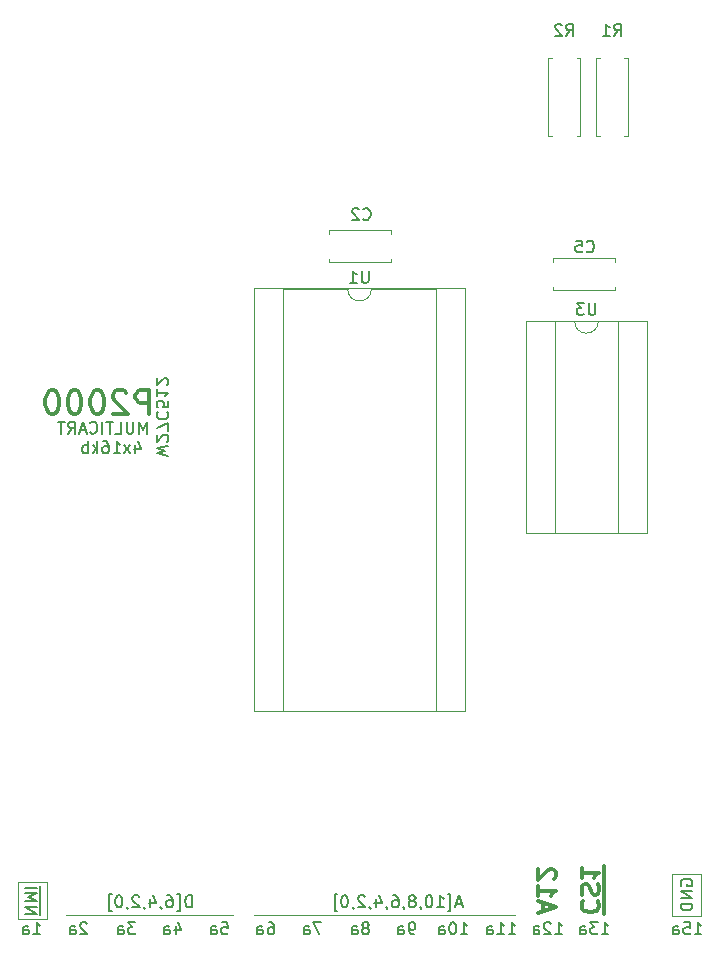
<source format=gbr>
G04 #@! TF.GenerationSoftware,KiCad,Pcbnew,7.0.10*
G04 #@! TF.CreationDate,2024-03-01T16:35:14+01:00*
G04 #@! TF.ProjectId,multicartridge-w27c512,6d756c74-6963-4617-9274-72696467652d,rev?*
G04 #@! TF.SameCoordinates,Original*
G04 #@! TF.FileFunction,Legend,Bot*
G04 #@! TF.FilePolarity,Positive*
%FSLAX46Y46*%
G04 Gerber Fmt 4.6, Leading zero omitted, Abs format (unit mm)*
G04 Created by KiCad (PCBNEW 7.0.10) date 2024-03-01 16:35:14*
%MOMM*%
%LPD*%
G01*
G04 APERTURE LIST*
%ADD10C,0.120000*%
%ADD11C,0.150000*%
%ADD12C,0.300000*%
%ADD13R,1.600000X1.600000*%
%ADD14O,1.600000X1.600000*%
%ADD15C,1.600000*%
%ADD16R,2.000000X10.000000*%
G04 APERTURE END LIST*
D10*
X96251000Y-131445000D02*
X74153000Y-131445000D01*
X72375000Y-131445000D02*
X58278000Y-131445000D01*
X54197000Y-131745000D02*
X54197000Y-128645000D01*
X111999000Y-131451000D02*
X109586000Y-131451000D01*
X111999000Y-127895000D02*
X111999000Y-131451000D01*
X109586000Y-127895000D02*
X111999000Y-127895000D01*
X109586000Y-131451000D02*
X109586000Y-127895000D01*
X56647000Y-128645000D02*
X56647000Y-131745000D01*
X56647000Y-131745000D02*
X54197000Y-131745000D01*
X54197000Y-128645000D02*
X56647000Y-128645000D01*
D11*
X111498857Y-133042819D02*
X112070285Y-133042819D01*
X111784571Y-133042819D02*
X111784571Y-132042819D01*
X111784571Y-132042819D02*
X111879809Y-132185676D01*
X111879809Y-132185676D02*
X111975047Y-132280914D01*
X111975047Y-132280914D02*
X112070285Y-132328533D01*
X110594095Y-132042819D02*
X111070285Y-132042819D01*
X111070285Y-132042819D02*
X111117904Y-132519009D01*
X111117904Y-132519009D02*
X111070285Y-132471390D01*
X111070285Y-132471390D02*
X110975047Y-132423771D01*
X110975047Y-132423771D02*
X110736952Y-132423771D01*
X110736952Y-132423771D02*
X110641714Y-132471390D01*
X110641714Y-132471390D02*
X110594095Y-132519009D01*
X110594095Y-132519009D02*
X110546476Y-132614247D01*
X110546476Y-132614247D02*
X110546476Y-132852342D01*
X110546476Y-132852342D02*
X110594095Y-132947580D01*
X110594095Y-132947580D02*
X110641714Y-132995200D01*
X110641714Y-132995200D02*
X110736952Y-133042819D01*
X110736952Y-133042819D02*
X110975047Y-133042819D01*
X110975047Y-133042819D02*
X111070285Y-132995200D01*
X111070285Y-132995200D02*
X111117904Y-132947580D01*
X109689333Y-133042819D02*
X109689333Y-132519009D01*
X109689333Y-132519009D02*
X109736952Y-132423771D01*
X109736952Y-132423771D02*
X109832190Y-132376152D01*
X109832190Y-132376152D02*
X110022666Y-132376152D01*
X110022666Y-132376152D02*
X110117904Y-132423771D01*
X109689333Y-132995200D02*
X109784571Y-133042819D01*
X109784571Y-133042819D02*
X110022666Y-133042819D01*
X110022666Y-133042819D02*
X110117904Y-132995200D01*
X110117904Y-132995200D02*
X110165523Y-132899961D01*
X110165523Y-132899961D02*
X110165523Y-132804723D01*
X110165523Y-132804723D02*
X110117904Y-132709485D01*
X110117904Y-132709485D02*
X110022666Y-132661866D01*
X110022666Y-132661866D02*
X109784571Y-132661866D01*
X109784571Y-132661866D02*
X109689333Y-132614247D01*
D12*
X102065528Y-130250285D02*
X101994100Y-130321713D01*
X101994100Y-130321713D02*
X101922671Y-130535999D01*
X101922671Y-130535999D02*
X101922671Y-130678856D01*
X101922671Y-130678856D02*
X101994100Y-130893142D01*
X101994100Y-130893142D02*
X102136957Y-131035999D01*
X102136957Y-131035999D02*
X102279814Y-131107428D01*
X102279814Y-131107428D02*
X102565528Y-131178856D01*
X102565528Y-131178856D02*
X102779814Y-131178856D01*
X102779814Y-131178856D02*
X103065528Y-131107428D01*
X103065528Y-131107428D02*
X103208385Y-131035999D01*
X103208385Y-131035999D02*
X103351242Y-130893142D01*
X103351242Y-130893142D02*
X103422671Y-130678856D01*
X103422671Y-130678856D02*
X103422671Y-130535999D01*
X103422671Y-130535999D02*
X103351242Y-130321713D01*
X103351242Y-130321713D02*
X103279814Y-130250285D01*
X101994100Y-129678856D02*
X101922671Y-129464571D01*
X101922671Y-129464571D02*
X101922671Y-129107428D01*
X101922671Y-129107428D02*
X101994100Y-128964571D01*
X101994100Y-128964571D02*
X102065528Y-128893142D01*
X102065528Y-128893142D02*
X102208385Y-128821713D01*
X102208385Y-128821713D02*
X102351242Y-128821713D01*
X102351242Y-128821713D02*
X102494100Y-128893142D01*
X102494100Y-128893142D02*
X102565528Y-128964571D01*
X102565528Y-128964571D02*
X102636957Y-129107428D01*
X102636957Y-129107428D02*
X102708385Y-129393142D01*
X102708385Y-129393142D02*
X102779814Y-129535999D01*
X102779814Y-129535999D02*
X102851242Y-129607428D01*
X102851242Y-129607428D02*
X102994100Y-129678856D01*
X102994100Y-129678856D02*
X103136957Y-129678856D01*
X103136957Y-129678856D02*
X103279814Y-129607428D01*
X103279814Y-129607428D02*
X103351242Y-129535999D01*
X103351242Y-129535999D02*
X103422671Y-129393142D01*
X103422671Y-129393142D02*
X103422671Y-129035999D01*
X103422671Y-129035999D02*
X103351242Y-128821713D01*
X101922671Y-127393142D02*
X101922671Y-128250285D01*
X101922671Y-127821714D02*
X103422671Y-127821714D01*
X103422671Y-127821714D02*
X103208385Y-127964571D01*
X103208385Y-127964571D02*
X103065528Y-128107428D01*
X103065528Y-128107428D02*
X102994100Y-128250285D01*
X103839100Y-131314571D02*
X103839100Y-127257429D01*
X98668242Y-131071713D02*
X98668242Y-130357428D01*
X98239671Y-131214570D02*
X99739671Y-130714570D01*
X99739671Y-130714570D02*
X98239671Y-130214570D01*
X98239671Y-128928856D02*
X98239671Y-129785999D01*
X98239671Y-129357428D02*
X99739671Y-129357428D01*
X99739671Y-129357428D02*
X99525385Y-129500285D01*
X99525385Y-129500285D02*
X99382528Y-129643142D01*
X99382528Y-129643142D02*
X99311100Y-129785999D01*
X99596814Y-128357428D02*
X99668242Y-128286000D01*
X99668242Y-128286000D02*
X99739671Y-128143143D01*
X99739671Y-128143143D02*
X99739671Y-127786000D01*
X99739671Y-127786000D02*
X99668242Y-127643143D01*
X99668242Y-127643143D02*
X99596814Y-127571714D01*
X99596814Y-127571714D02*
X99453957Y-127500285D01*
X99453957Y-127500285D02*
X99311100Y-127500285D01*
X99311100Y-127500285D02*
X99096814Y-127571714D01*
X99096814Y-127571714D02*
X98239671Y-128428857D01*
X98239671Y-128428857D02*
X98239671Y-127500285D01*
D11*
X91773570Y-130471104D02*
X91297380Y-130471104D01*
X91868808Y-130756819D02*
X91535475Y-129756819D01*
X91535475Y-129756819D02*
X91202142Y-130756819D01*
X90583094Y-131090152D02*
X90821189Y-131090152D01*
X90821189Y-131090152D02*
X90821189Y-129661580D01*
X90821189Y-129661580D02*
X90583094Y-129661580D01*
X89678332Y-130756819D02*
X90249760Y-130756819D01*
X89964046Y-130756819D02*
X89964046Y-129756819D01*
X89964046Y-129756819D02*
X90059284Y-129899676D01*
X90059284Y-129899676D02*
X90154522Y-129994914D01*
X90154522Y-129994914D02*
X90249760Y-130042533D01*
X89059284Y-129756819D02*
X88964046Y-129756819D01*
X88964046Y-129756819D02*
X88868808Y-129804438D01*
X88868808Y-129804438D02*
X88821189Y-129852057D01*
X88821189Y-129852057D02*
X88773570Y-129947295D01*
X88773570Y-129947295D02*
X88725951Y-130137771D01*
X88725951Y-130137771D02*
X88725951Y-130375866D01*
X88725951Y-130375866D02*
X88773570Y-130566342D01*
X88773570Y-130566342D02*
X88821189Y-130661580D01*
X88821189Y-130661580D02*
X88868808Y-130709200D01*
X88868808Y-130709200D02*
X88964046Y-130756819D01*
X88964046Y-130756819D02*
X89059284Y-130756819D01*
X89059284Y-130756819D02*
X89154522Y-130709200D01*
X89154522Y-130709200D02*
X89202141Y-130661580D01*
X89202141Y-130661580D02*
X89249760Y-130566342D01*
X89249760Y-130566342D02*
X89297379Y-130375866D01*
X89297379Y-130375866D02*
X89297379Y-130137771D01*
X89297379Y-130137771D02*
X89249760Y-129947295D01*
X89249760Y-129947295D02*
X89202141Y-129852057D01*
X89202141Y-129852057D02*
X89154522Y-129804438D01*
X89154522Y-129804438D02*
X89059284Y-129756819D01*
X88249760Y-130709200D02*
X88249760Y-130756819D01*
X88249760Y-130756819D02*
X88297379Y-130852057D01*
X88297379Y-130852057D02*
X88344998Y-130899676D01*
X87678332Y-130185390D02*
X87773570Y-130137771D01*
X87773570Y-130137771D02*
X87821189Y-130090152D01*
X87821189Y-130090152D02*
X87868808Y-129994914D01*
X87868808Y-129994914D02*
X87868808Y-129947295D01*
X87868808Y-129947295D02*
X87821189Y-129852057D01*
X87821189Y-129852057D02*
X87773570Y-129804438D01*
X87773570Y-129804438D02*
X87678332Y-129756819D01*
X87678332Y-129756819D02*
X87487856Y-129756819D01*
X87487856Y-129756819D02*
X87392618Y-129804438D01*
X87392618Y-129804438D02*
X87344999Y-129852057D01*
X87344999Y-129852057D02*
X87297380Y-129947295D01*
X87297380Y-129947295D02*
X87297380Y-129994914D01*
X87297380Y-129994914D02*
X87344999Y-130090152D01*
X87344999Y-130090152D02*
X87392618Y-130137771D01*
X87392618Y-130137771D02*
X87487856Y-130185390D01*
X87487856Y-130185390D02*
X87678332Y-130185390D01*
X87678332Y-130185390D02*
X87773570Y-130233009D01*
X87773570Y-130233009D02*
X87821189Y-130280628D01*
X87821189Y-130280628D02*
X87868808Y-130375866D01*
X87868808Y-130375866D02*
X87868808Y-130566342D01*
X87868808Y-130566342D02*
X87821189Y-130661580D01*
X87821189Y-130661580D02*
X87773570Y-130709200D01*
X87773570Y-130709200D02*
X87678332Y-130756819D01*
X87678332Y-130756819D02*
X87487856Y-130756819D01*
X87487856Y-130756819D02*
X87392618Y-130709200D01*
X87392618Y-130709200D02*
X87344999Y-130661580D01*
X87344999Y-130661580D02*
X87297380Y-130566342D01*
X87297380Y-130566342D02*
X87297380Y-130375866D01*
X87297380Y-130375866D02*
X87344999Y-130280628D01*
X87344999Y-130280628D02*
X87392618Y-130233009D01*
X87392618Y-130233009D02*
X87487856Y-130185390D01*
X86821189Y-130709200D02*
X86821189Y-130756819D01*
X86821189Y-130756819D02*
X86868808Y-130852057D01*
X86868808Y-130852057D02*
X86916427Y-130899676D01*
X85964047Y-129756819D02*
X86154523Y-129756819D01*
X86154523Y-129756819D02*
X86249761Y-129804438D01*
X86249761Y-129804438D02*
X86297380Y-129852057D01*
X86297380Y-129852057D02*
X86392618Y-129994914D01*
X86392618Y-129994914D02*
X86440237Y-130185390D01*
X86440237Y-130185390D02*
X86440237Y-130566342D01*
X86440237Y-130566342D02*
X86392618Y-130661580D01*
X86392618Y-130661580D02*
X86344999Y-130709200D01*
X86344999Y-130709200D02*
X86249761Y-130756819D01*
X86249761Y-130756819D02*
X86059285Y-130756819D01*
X86059285Y-130756819D02*
X85964047Y-130709200D01*
X85964047Y-130709200D02*
X85916428Y-130661580D01*
X85916428Y-130661580D02*
X85868809Y-130566342D01*
X85868809Y-130566342D02*
X85868809Y-130328247D01*
X85868809Y-130328247D02*
X85916428Y-130233009D01*
X85916428Y-130233009D02*
X85964047Y-130185390D01*
X85964047Y-130185390D02*
X86059285Y-130137771D01*
X86059285Y-130137771D02*
X86249761Y-130137771D01*
X86249761Y-130137771D02*
X86344999Y-130185390D01*
X86344999Y-130185390D02*
X86392618Y-130233009D01*
X86392618Y-130233009D02*
X86440237Y-130328247D01*
X85392618Y-130709200D02*
X85392618Y-130756819D01*
X85392618Y-130756819D02*
X85440237Y-130852057D01*
X85440237Y-130852057D02*
X85487856Y-130899676D01*
X84535476Y-130090152D02*
X84535476Y-130756819D01*
X84773571Y-129709200D02*
X85011666Y-130423485D01*
X85011666Y-130423485D02*
X84392619Y-130423485D01*
X83964047Y-130709200D02*
X83964047Y-130756819D01*
X83964047Y-130756819D02*
X84011666Y-130852057D01*
X84011666Y-130852057D02*
X84059285Y-130899676D01*
X83583095Y-129852057D02*
X83535476Y-129804438D01*
X83535476Y-129804438D02*
X83440238Y-129756819D01*
X83440238Y-129756819D02*
X83202143Y-129756819D01*
X83202143Y-129756819D02*
X83106905Y-129804438D01*
X83106905Y-129804438D02*
X83059286Y-129852057D01*
X83059286Y-129852057D02*
X83011667Y-129947295D01*
X83011667Y-129947295D02*
X83011667Y-130042533D01*
X83011667Y-130042533D02*
X83059286Y-130185390D01*
X83059286Y-130185390D02*
X83630714Y-130756819D01*
X83630714Y-130756819D02*
X83011667Y-130756819D01*
X82535476Y-130709200D02*
X82535476Y-130756819D01*
X82535476Y-130756819D02*
X82583095Y-130852057D01*
X82583095Y-130852057D02*
X82630714Y-130899676D01*
X81916429Y-129756819D02*
X81821191Y-129756819D01*
X81821191Y-129756819D02*
X81725953Y-129804438D01*
X81725953Y-129804438D02*
X81678334Y-129852057D01*
X81678334Y-129852057D02*
X81630715Y-129947295D01*
X81630715Y-129947295D02*
X81583096Y-130137771D01*
X81583096Y-130137771D02*
X81583096Y-130375866D01*
X81583096Y-130375866D02*
X81630715Y-130566342D01*
X81630715Y-130566342D02*
X81678334Y-130661580D01*
X81678334Y-130661580D02*
X81725953Y-130709200D01*
X81725953Y-130709200D02*
X81821191Y-130756819D01*
X81821191Y-130756819D02*
X81916429Y-130756819D01*
X81916429Y-130756819D02*
X82011667Y-130709200D01*
X82011667Y-130709200D02*
X82059286Y-130661580D01*
X82059286Y-130661580D02*
X82106905Y-130566342D01*
X82106905Y-130566342D02*
X82154524Y-130375866D01*
X82154524Y-130375866D02*
X82154524Y-130137771D01*
X82154524Y-130137771D02*
X82106905Y-129947295D01*
X82106905Y-129947295D02*
X82059286Y-129852057D01*
X82059286Y-129852057D02*
X82011667Y-129804438D01*
X82011667Y-129804438D02*
X81916429Y-129756819D01*
X81249762Y-131090152D02*
X81011667Y-131090152D01*
X81011667Y-131090152D02*
X81011667Y-129661580D01*
X81011667Y-129661580D02*
X81249762Y-129661580D01*
X68937618Y-130756819D02*
X68937618Y-129756819D01*
X68937618Y-129756819D02*
X68699523Y-129756819D01*
X68699523Y-129756819D02*
X68556666Y-129804438D01*
X68556666Y-129804438D02*
X68461428Y-129899676D01*
X68461428Y-129899676D02*
X68413809Y-129994914D01*
X68413809Y-129994914D02*
X68366190Y-130185390D01*
X68366190Y-130185390D02*
X68366190Y-130328247D01*
X68366190Y-130328247D02*
X68413809Y-130518723D01*
X68413809Y-130518723D02*
X68461428Y-130613961D01*
X68461428Y-130613961D02*
X68556666Y-130709200D01*
X68556666Y-130709200D02*
X68699523Y-130756819D01*
X68699523Y-130756819D02*
X68937618Y-130756819D01*
X67651904Y-131090152D02*
X67889999Y-131090152D01*
X67889999Y-131090152D02*
X67889999Y-129661580D01*
X67889999Y-129661580D02*
X67651904Y-129661580D01*
X66842380Y-129756819D02*
X67032856Y-129756819D01*
X67032856Y-129756819D02*
X67128094Y-129804438D01*
X67128094Y-129804438D02*
X67175713Y-129852057D01*
X67175713Y-129852057D02*
X67270951Y-129994914D01*
X67270951Y-129994914D02*
X67318570Y-130185390D01*
X67318570Y-130185390D02*
X67318570Y-130566342D01*
X67318570Y-130566342D02*
X67270951Y-130661580D01*
X67270951Y-130661580D02*
X67223332Y-130709200D01*
X67223332Y-130709200D02*
X67128094Y-130756819D01*
X67128094Y-130756819D02*
X66937618Y-130756819D01*
X66937618Y-130756819D02*
X66842380Y-130709200D01*
X66842380Y-130709200D02*
X66794761Y-130661580D01*
X66794761Y-130661580D02*
X66747142Y-130566342D01*
X66747142Y-130566342D02*
X66747142Y-130328247D01*
X66747142Y-130328247D02*
X66794761Y-130233009D01*
X66794761Y-130233009D02*
X66842380Y-130185390D01*
X66842380Y-130185390D02*
X66937618Y-130137771D01*
X66937618Y-130137771D02*
X67128094Y-130137771D01*
X67128094Y-130137771D02*
X67223332Y-130185390D01*
X67223332Y-130185390D02*
X67270951Y-130233009D01*
X67270951Y-130233009D02*
X67318570Y-130328247D01*
X66270951Y-130709200D02*
X66270951Y-130756819D01*
X66270951Y-130756819D02*
X66318570Y-130852057D01*
X66318570Y-130852057D02*
X66366189Y-130899676D01*
X65413809Y-130090152D02*
X65413809Y-130756819D01*
X65651904Y-129709200D02*
X65889999Y-130423485D01*
X65889999Y-130423485D02*
X65270952Y-130423485D01*
X64842380Y-130709200D02*
X64842380Y-130756819D01*
X64842380Y-130756819D02*
X64889999Y-130852057D01*
X64889999Y-130852057D02*
X64937618Y-130899676D01*
X64461428Y-129852057D02*
X64413809Y-129804438D01*
X64413809Y-129804438D02*
X64318571Y-129756819D01*
X64318571Y-129756819D02*
X64080476Y-129756819D01*
X64080476Y-129756819D02*
X63985238Y-129804438D01*
X63985238Y-129804438D02*
X63937619Y-129852057D01*
X63937619Y-129852057D02*
X63890000Y-129947295D01*
X63890000Y-129947295D02*
X63890000Y-130042533D01*
X63890000Y-130042533D02*
X63937619Y-130185390D01*
X63937619Y-130185390D02*
X64509047Y-130756819D01*
X64509047Y-130756819D02*
X63890000Y-130756819D01*
X63413809Y-130709200D02*
X63413809Y-130756819D01*
X63413809Y-130756819D02*
X63461428Y-130852057D01*
X63461428Y-130852057D02*
X63509047Y-130899676D01*
X62794762Y-129756819D02*
X62699524Y-129756819D01*
X62699524Y-129756819D02*
X62604286Y-129804438D01*
X62604286Y-129804438D02*
X62556667Y-129852057D01*
X62556667Y-129852057D02*
X62509048Y-129947295D01*
X62509048Y-129947295D02*
X62461429Y-130137771D01*
X62461429Y-130137771D02*
X62461429Y-130375866D01*
X62461429Y-130375866D02*
X62509048Y-130566342D01*
X62509048Y-130566342D02*
X62556667Y-130661580D01*
X62556667Y-130661580D02*
X62604286Y-130709200D01*
X62604286Y-130709200D02*
X62699524Y-130756819D01*
X62699524Y-130756819D02*
X62794762Y-130756819D01*
X62794762Y-130756819D02*
X62890000Y-130709200D01*
X62890000Y-130709200D02*
X62937619Y-130661580D01*
X62937619Y-130661580D02*
X62985238Y-130566342D01*
X62985238Y-130566342D02*
X63032857Y-130375866D01*
X63032857Y-130375866D02*
X63032857Y-130137771D01*
X63032857Y-130137771D02*
X62985238Y-129947295D01*
X62985238Y-129947295D02*
X62937619Y-129852057D01*
X62937619Y-129852057D02*
X62890000Y-129804438D01*
X62890000Y-129804438D02*
X62794762Y-129756819D01*
X62128095Y-131090152D02*
X61890000Y-131090152D01*
X61890000Y-131090152D02*
X61890000Y-129661580D01*
X61890000Y-129661580D02*
X62128095Y-129661580D01*
X55510666Y-133042819D02*
X56082094Y-133042819D01*
X55796380Y-133042819D02*
X55796380Y-132042819D01*
X55796380Y-132042819D02*
X55891618Y-132185676D01*
X55891618Y-132185676D02*
X55986856Y-132280914D01*
X55986856Y-132280914D02*
X56082094Y-132328533D01*
X54653523Y-133042819D02*
X54653523Y-132519009D01*
X54653523Y-132519009D02*
X54701142Y-132423771D01*
X54701142Y-132423771D02*
X54796380Y-132376152D01*
X54796380Y-132376152D02*
X54986856Y-132376152D01*
X54986856Y-132376152D02*
X55082094Y-132423771D01*
X54653523Y-132995200D02*
X54748761Y-133042819D01*
X54748761Y-133042819D02*
X54986856Y-133042819D01*
X54986856Y-133042819D02*
X55082094Y-132995200D01*
X55082094Y-132995200D02*
X55129713Y-132899961D01*
X55129713Y-132899961D02*
X55129713Y-132804723D01*
X55129713Y-132804723D02*
X55082094Y-132709485D01*
X55082094Y-132709485D02*
X54986856Y-132661866D01*
X54986856Y-132661866D02*
X54748761Y-132661866D01*
X54748761Y-132661866D02*
X54653523Y-132614247D01*
X54792180Y-131290237D02*
X55792180Y-131290237D01*
X55792180Y-131290237D02*
X54792180Y-130718809D01*
X54792180Y-130718809D02*
X55792180Y-130718809D01*
X54792180Y-130242618D02*
X55792180Y-130242618D01*
X55792180Y-130242618D02*
X55077895Y-129909285D01*
X55077895Y-129909285D02*
X55792180Y-129575952D01*
X55792180Y-129575952D02*
X54792180Y-129575952D01*
X54792180Y-129099761D02*
X55792180Y-129099761D01*
X56069800Y-131428333D02*
X56069800Y-128961667D01*
X110358438Y-128911095D02*
X110310819Y-128815857D01*
X110310819Y-128815857D02*
X110310819Y-128673000D01*
X110310819Y-128673000D02*
X110358438Y-128530143D01*
X110358438Y-128530143D02*
X110453676Y-128434905D01*
X110453676Y-128434905D02*
X110548914Y-128387286D01*
X110548914Y-128387286D02*
X110739390Y-128339667D01*
X110739390Y-128339667D02*
X110882247Y-128339667D01*
X110882247Y-128339667D02*
X111072723Y-128387286D01*
X111072723Y-128387286D02*
X111167961Y-128434905D01*
X111167961Y-128434905D02*
X111263200Y-128530143D01*
X111263200Y-128530143D02*
X111310819Y-128673000D01*
X111310819Y-128673000D02*
X111310819Y-128768238D01*
X111310819Y-128768238D02*
X111263200Y-128911095D01*
X111263200Y-128911095D02*
X111215580Y-128958714D01*
X111215580Y-128958714D02*
X110882247Y-128958714D01*
X110882247Y-128958714D02*
X110882247Y-128768238D01*
X111310819Y-129387286D02*
X110310819Y-129387286D01*
X110310819Y-129387286D02*
X111310819Y-129958714D01*
X111310819Y-129958714D02*
X110310819Y-129958714D01*
X111310819Y-130434905D02*
X110310819Y-130434905D01*
X110310819Y-130434905D02*
X110310819Y-130673000D01*
X110310819Y-130673000D02*
X110358438Y-130815857D01*
X110358438Y-130815857D02*
X110453676Y-130911095D01*
X110453676Y-130911095D02*
X110548914Y-130958714D01*
X110548914Y-130958714D02*
X110739390Y-131006333D01*
X110739390Y-131006333D02*
X110882247Y-131006333D01*
X110882247Y-131006333D02*
X111072723Y-130958714D01*
X111072723Y-130958714D02*
X111167961Y-130911095D01*
X111167961Y-130911095D02*
X111263200Y-130815857D01*
X111263200Y-130815857D02*
X111310819Y-130673000D01*
X111310819Y-130673000D02*
X111310819Y-130434905D01*
D12*
X65291841Y-88980638D02*
X65291841Y-86980638D01*
X65291841Y-86980638D02*
X64529936Y-86980638D01*
X64529936Y-86980638D02*
X64339460Y-87075876D01*
X64339460Y-87075876D02*
X64244222Y-87171114D01*
X64244222Y-87171114D02*
X64148984Y-87361590D01*
X64148984Y-87361590D02*
X64148984Y-87647304D01*
X64148984Y-87647304D02*
X64244222Y-87837780D01*
X64244222Y-87837780D02*
X64339460Y-87933019D01*
X64339460Y-87933019D02*
X64529936Y-88028257D01*
X64529936Y-88028257D02*
X65291841Y-88028257D01*
X63387079Y-87171114D02*
X63291841Y-87075876D01*
X63291841Y-87075876D02*
X63101365Y-86980638D01*
X63101365Y-86980638D02*
X62625174Y-86980638D01*
X62625174Y-86980638D02*
X62434698Y-87075876D01*
X62434698Y-87075876D02*
X62339460Y-87171114D01*
X62339460Y-87171114D02*
X62244222Y-87361590D01*
X62244222Y-87361590D02*
X62244222Y-87552066D01*
X62244222Y-87552066D02*
X62339460Y-87837780D01*
X62339460Y-87837780D02*
X63482317Y-88980638D01*
X63482317Y-88980638D02*
X62244222Y-88980638D01*
X61006127Y-86980638D02*
X60815650Y-86980638D01*
X60815650Y-86980638D02*
X60625174Y-87075876D01*
X60625174Y-87075876D02*
X60529936Y-87171114D01*
X60529936Y-87171114D02*
X60434698Y-87361590D01*
X60434698Y-87361590D02*
X60339460Y-87742542D01*
X60339460Y-87742542D02*
X60339460Y-88218733D01*
X60339460Y-88218733D02*
X60434698Y-88599685D01*
X60434698Y-88599685D02*
X60529936Y-88790161D01*
X60529936Y-88790161D02*
X60625174Y-88885400D01*
X60625174Y-88885400D02*
X60815650Y-88980638D01*
X60815650Y-88980638D02*
X61006127Y-88980638D01*
X61006127Y-88980638D02*
X61196603Y-88885400D01*
X61196603Y-88885400D02*
X61291841Y-88790161D01*
X61291841Y-88790161D02*
X61387079Y-88599685D01*
X61387079Y-88599685D02*
X61482317Y-88218733D01*
X61482317Y-88218733D02*
X61482317Y-87742542D01*
X61482317Y-87742542D02*
X61387079Y-87361590D01*
X61387079Y-87361590D02*
X61291841Y-87171114D01*
X61291841Y-87171114D02*
X61196603Y-87075876D01*
X61196603Y-87075876D02*
X61006127Y-86980638D01*
X59101365Y-86980638D02*
X58910888Y-86980638D01*
X58910888Y-86980638D02*
X58720412Y-87075876D01*
X58720412Y-87075876D02*
X58625174Y-87171114D01*
X58625174Y-87171114D02*
X58529936Y-87361590D01*
X58529936Y-87361590D02*
X58434698Y-87742542D01*
X58434698Y-87742542D02*
X58434698Y-88218733D01*
X58434698Y-88218733D02*
X58529936Y-88599685D01*
X58529936Y-88599685D02*
X58625174Y-88790161D01*
X58625174Y-88790161D02*
X58720412Y-88885400D01*
X58720412Y-88885400D02*
X58910888Y-88980638D01*
X58910888Y-88980638D02*
X59101365Y-88980638D01*
X59101365Y-88980638D02*
X59291841Y-88885400D01*
X59291841Y-88885400D02*
X59387079Y-88790161D01*
X59387079Y-88790161D02*
X59482317Y-88599685D01*
X59482317Y-88599685D02*
X59577555Y-88218733D01*
X59577555Y-88218733D02*
X59577555Y-87742542D01*
X59577555Y-87742542D02*
X59482317Y-87361590D01*
X59482317Y-87361590D02*
X59387079Y-87171114D01*
X59387079Y-87171114D02*
X59291841Y-87075876D01*
X59291841Y-87075876D02*
X59101365Y-86980638D01*
X57196603Y-86980638D02*
X57006126Y-86980638D01*
X57006126Y-86980638D02*
X56815650Y-87075876D01*
X56815650Y-87075876D02*
X56720412Y-87171114D01*
X56720412Y-87171114D02*
X56625174Y-87361590D01*
X56625174Y-87361590D02*
X56529936Y-87742542D01*
X56529936Y-87742542D02*
X56529936Y-88218733D01*
X56529936Y-88218733D02*
X56625174Y-88599685D01*
X56625174Y-88599685D02*
X56720412Y-88790161D01*
X56720412Y-88790161D02*
X56815650Y-88885400D01*
X56815650Y-88885400D02*
X57006126Y-88980638D01*
X57006126Y-88980638D02*
X57196603Y-88980638D01*
X57196603Y-88980638D02*
X57387079Y-88885400D01*
X57387079Y-88885400D02*
X57482317Y-88790161D01*
X57482317Y-88790161D02*
X57577555Y-88599685D01*
X57577555Y-88599685D02*
X57672793Y-88218733D01*
X57672793Y-88218733D02*
X57672793Y-87742542D01*
X57672793Y-87742542D02*
X57577555Y-87361590D01*
X57577555Y-87361590D02*
X57482317Y-87171114D01*
X57482317Y-87171114D02*
X57387079Y-87075876D01*
X57387079Y-87075876D02*
X57196603Y-86980638D01*
D11*
X64157609Y-91651552D02*
X64157609Y-92318219D01*
X64395704Y-91270600D02*
X64633799Y-91984885D01*
X64633799Y-91984885D02*
X64014752Y-91984885D01*
X63729037Y-92318219D02*
X63205228Y-91651552D01*
X63729037Y-91651552D02*
X63205228Y-92318219D01*
X62300466Y-92318219D02*
X62871894Y-92318219D01*
X62586180Y-92318219D02*
X62586180Y-91318219D01*
X62586180Y-91318219D02*
X62681418Y-91461076D01*
X62681418Y-91461076D02*
X62776656Y-91556314D01*
X62776656Y-91556314D02*
X62871894Y-91603933D01*
X61443323Y-91318219D02*
X61633799Y-91318219D01*
X61633799Y-91318219D02*
X61729037Y-91365838D01*
X61729037Y-91365838D02*
X61776656Y-91413457D01*
X61776656Y-91413457D02*
X61871894Y-91556314D01*
X61871894Y-91556314D02*
X61919513Y-91746790D01*
X61919513Y-91746790D02*
X61919513Y-92127742D01*
X61919513Y-92127742D02*
X61871894Y-92222980D01*
X61871894Y-92222980D02*
X61824275Y-92270600D01*
X61824275Y-92270600D02*
X61729037Y-92318219D01*
X61729037Y-92318219D02*
X61538561Y-92318219D01*
X61538561Y-92318219D02*
X61443323Y-92270600D01*
X61443323Y-92270600D02*
X61395704Y-92222980D01*
X61395704Y-92222980D02*
X61348085Y-92127742D01*
X61348085Y-92127742D02*
X61348085Y-91889647D01*
X61348085Y-91889647D02*
X61395704Y-91794409D01*
X61395704Y-91794409D02*
X61443323Y-91746790D01*
X61443323Y-91746790D02*
X61538561Y-91699171D01*
X61538561Y-91699171D02*
X61729037Y-91699171D01*
X61729037Y-91699171D02*
X61824275Y-91746790D01*
X61824275Y-91746790D02*
X61871894Y-91794409D01*
X61871894Y-91794409D02*
X61919513Y-91889647D01*
X60919513Y-92318219D02*
X60919513Y-91318219D01*
X60824275Y-91937266D02*
X60538561Y-92318219D01*
X60538561Y-91651552D02*
X60919513Y-92032504D01*
X60109989Y-92318219D02*
X60109989Y-91318219D01*
X60109989Y-91699171D02*
X60014751Y-91651552D01*
X60014751Y-91651552D02*
X59824275Y-91651552D01*
X59824275Y-91651552D02*
X59729037Y-91699171D01*
X59729037Y-91699171D02*
X59681418Y-91746790D01*
X59681418Y-91746790D02*
X59633799Y-91842028D01*
X59633799Y-91842028D02*
X59633799Y-92127742D01*
X59633799Y-92127742D02*
X59681418Y-92222980D01*
X59681418Y-92222980D02*
X59729037Y-92270600D01*
X59729037Y-92270600D02*
X59824275Y-92318219D01*
X59824275Y-92318219D02*
X60014751Y-92318219D01*
X60014751Y-92318219D02*
X60109989Y-92270600D01*
X65113075Y-90641819D02*
X65113075Y-89641819D01*
X65113075Y-89641819D02*
X64779742Y-90356104D01*
X64779742Y-90356104D02*
X64446409Y-89641819D01*
X64446409Y-89641819D02*
X64446409Y-90641819D01*
X63970218Y-89641819D02*
X63970218Y-90451342D01*
X63970218Y-90451342D02*
X63922599Y-90546580D01*
X63922599Y-90546580D02*
X63874980Y-90594200D01*
X63874980Y-90594200D02*
X63779742Y-90641819D01*
X63779742Y-90641819D02*
X63589266Y-90641819D01*
X63589266Y-90641819D02*
X63494028Y-90594200D01*
X63494028Y-90594200D02*
X63446409Y-90546580D01*
X63446409Y-90546580D02*
X63398790Y-90451342D01*
X63398790Y-90451342D02*
X63398790Y-89641819D01*
X62446409Y-90641819D02*
X62922599Y-90641819D01*
X62922599Y-90641819D02*
X62922599Y-89641819D01*
X62255932Y-89641819D02*
X61684504Y-89641819D01*
X61970218Y-90641819D02*
X61970218Y-89641819D01*
X61351170Y-90641819D02*
X61351170Y-89641819D01*
X60303552Y-90546580D02*
X60351171Y-90594200D01*
X60351171Y-90594200D02*
X60494028Y-90641819D01*
X60494028Y-90641819D02*
X60589266Y-90641819D01*
X60589266Y-90641819D02*
X60732123Y-90594200D01*
X60732123Y-90594200D02*
X60827361Y-90498961D01*
X60827361Y-90498961D02*
X60874980Y-90403723D01*
X60874980Y-90403723D02*
X60922599Y-90213247D01*
X60922599Y-90213247D02*
X60922599Y-90070390D01*
X60922599Y-90070390D02*
X60874980Y-89879914D01*
X60874980Y-89879914D02*
X60827361Y-89784676D01*
X60827361Y-89784676D02*
X60732123Y-89689438D01*
X60732123Y-89689438D02*
X60589266Y-89641819D01*
X60589266Y-89641819D02*
X60494028Y-89641819D01*
X60494028Y-89641819D02*
X60351171Y-89689438D01*
X60351171Y-89689438D02*
X60303552Y-89737057D01*
X59922599Y-90356104D02*
X59446409Y-90356104D01*
X60017837Y-90641819D02*
X59684504Y-89641819D01*
X59684504Y-89641819D02*
X59351171Y-90641819D01*
X58446409Y-90641819D02*
X58779742Y-90165628D01*
X59017837Y-90641819D02*
X59017837Y-89641819D01*
X59017837Y-89641819D02*
X58636885Y-89641819D01*
X58636885Y-89641819D02*
X58541647Y-89689438D01*
X58541647Y-89689438D02*
X58494028Y-89737057D01*
X58494028Y-89737057D02*
X58446409Y-89832295D01*
X58446409Y-89832295D02*
X58446409Y-89975152D01*
X58446409Y-89975152D02*
X58494028Y-90070390D01*
X58494028Y-90070390D02*
X58541647Y-90118009D01*
X58541647Y-90118009D02*
X58636885Y-90165628D01*
X58636885Y-90165628D02*
X59017837Y-90165628D01*
X58160694Y-89641819D02*
X57589266Y-89641819D01*
X57874980Y-90641819D02*
X57874980Y-89641819D01*
X66946180Y-92522523D02*
X65946180Y-92284428D01*
X65946180Y-92284428D02*
X66660466Y-92093952D01*
X66660466Y-92093952D02*
X65946180Y-91903476D01*
X65946180Y-91903476D02*
X66946180Y-91665381D01*
X66850942Y-91332047D02*
X66898561Y-91284428D01*
X66898561Y-91284428D02*
X66946180Y-91189190D01*
X66946180Y-91189190D02*
X66946180Y-90951095D01*
X66946180Y-90951095D02*
X66898561Y-90855857D01*
X66898561Y-90855857D02*
X66850942Y-90808238D01*
X66850942Y-90808238D02*
X66755704Y-90760619D01*
X66755704Y-90760619D02*
X66660466Y-90760619D01*
X66660466Y-90760619D02*
X66517609Y-90808238D01*
X66517609Y-90808238D02*
X65946180Y-91379666D01*
X65946180Y-91379666D02*
X65946180Y-90760619D01*
X66946180Y-90427285D02*
X66946180Y-89760619D01*
X66946180Y-89760619D02*
X65946180Y-90189190D01*
X66041419Y-88808238D02*
X65993800Y-88855857D01*
X65993800Y-88855857D02*
X65946180Y-88998714D01*
X65946180Y-88998714D02*
X65946180Y-89093952D01*
X65946180Y-89093952D02*
X65993800Y-89236809D01*
X65993800Y-89236809D02*
X66089038Y-89332047D01*
X66089038Y-89332047D02*
X66184276Y-89379666D01*
X66184276Y-89379666D02*
X66374752Y-89427285D01*
X66374752Y-89427285D02*
X66517609Y-89427285D01*
X66517609Y-89427285D02*
X66708085Y-89379666D01*
X66708085Y-89379666D02*
X66803323Y-89332047D01*
X66803323Y-89332047D02*
X66898561Y-89236809D01*
X66898561Y-89236809D02*
X66946180Y-89093952D01*
X66946180Y-89093952D02*
X66946180Y-88998714D01*
X66946180Y-88998714D02*
X66898561Y-88855857D01*
X66898561Y-88855857D02*
X66850942Y-88808238D01*
X66946180Y-87903476D02*
X66946180Y-88379666D01*
X66946180Y-88379666D02*
X66469990Y-88427285D01*
X66469990Y-88427285D02*
X66517609Y-88379666D01*
X66517609Y-88379666D02*
X66565228Y-88284428D01*
X66565228Y-88284428D02*
X66565228Y-88046333D01*
X66565228Y-88046333D02*
X66517609Y-87951095D01*
X66517609Y-87951095D02*
X66469990Y-87903476D01*
X66469990Y-87903476D02*
X66374752Y-87855857D01*
X66374752Y-87855857D02*
X66136657Y-87855857D01*
X66136657Y-87855857D02*
X66041419Y-87903476D01*
X66041419Y-87903476D02*
X65993800Y-87951095D01*
X65993800Y-87951095D02*
X65946180Y-88046333D01*
X65946180Y-88046333D02*
X65946180Y-88284428D01*
X65946180Y-88284428D02*
X65993800Y-88379666D01*
X65993800Y-88379666D02*
X66041419Y-88427285D01*
X65946180Y-86903476D02*
X65946180Y-87474904D01*
X65946180Y-87189190D02*
X66946180Y-87189190D01*
X66946180Y-87189190D02*
X66803323Y-87284428D01*
X66803323Y-87284428D02*
X66708085Y-87379666D01*
X66708085Y-87379666D02*
X66660466Y-87474904D01*
X66850942Y-86522523D02*
X66898561Y-86474904D01*
X66898561Y-86474904D02*
X66946180Y-86379666D01*
X66946180Y-86379666D02*
X66946180Y-86141571D01*
X66946180Y-86141571D02*
X66898561Y-86046333D01*
X66898561Y-86046333D02*
X66850942Y-85998714D01*
X66850942Y-85998714D02*
X66755704Y-85951095D01*
X66755704Y-85951095D02*
X66660466Y-85951095D01*
X66660466Y-85951095D02*
X66517609Y-85998714D01*
X66517609Y-85998714D02*
X65946180Y-86570142D01*
X65946180Y-86570142D02*
X65946180Y-85951095D01*
X95750857Y-133042819D02*
X96322285Y-133042819D01*
X96036571Y-133042819D02*
X96036571Y-132042819D01*
X96036571Y-132042819D02*
X96131809Y-132185676D01*
X96131809Y-132185676D02*
X96227047Y-132280914D01*
X96227047Y-132280914D02*
X96322285Y-132328533D01*
X94798476Y-133042819D02*
X95369904Y-133042819D01*
X95084190Y-133042819D02*
X95084190Y-132042819D01*
X95084190Y-132042819D02*
X95179428Y-132185676D01*
X95179428Y-132185676D02*
X95274666Y-132280914D01*
X95274666Y-132280914D02*
X95369904Y-132328533D01*
X93941333Y-133042819D02*
X93941333Y-132519009D01*
X93941333Y-132519009D02*
X93988952Y-132423771D01*
X93988952Y-132423771D02*
X94084190Y-132376152D01*
X94084190Y-132376152D02*
X94274666Y-132376152D01*
X94274666Y-132376152D02*
X94369904Y-132423771D01*
X93941333Y-132995200D02*
X94036571Y-133042819D01*
X94036571Y-133042819D02*
X94274666Y-133042819D01*
X94274666Y-133042819D02*
X94369904Y-132995200D01*
X94369904Y-132995200D02*
X94417523Y-132899961D01*
X94417523Y-132899961D02*
X94417523Y-132804723D01*
X94417523Y-132804723D02*
X94369904Y-132709485D01*
X94369904Y-132709485D02*
X94274666Y-132661866D01*
X94274666Y-132661866D02*
X94036571Y-132661866D01*
X94036571Y-132661866D02*
X93941333Y-132614247D01*
X91686857Y-133042819D02*
X92258285Y-133042819D01*
X91972571Y-133042819D02*
X91972571Y-132042819D01*
X91972571Y-132042819D02*
X92067809Y-132185676D01*
X92067809Y-132185676D02*
X92163047Y-132280914D01*
X92163047Y-132280914D02*
X92258285Y-132328533D01*
X91067809Y-132042819D02*
X90972571Y-132042819D01*
X90972571Y-132042819D02*
X90877333Y-132090438D01*
X90877333Y-132090438D02*
X90829714Y-132138057D01*
X90829714Y-132138057D02*
X90782095Y-132233295D01*
X90782095Y-132233295D02*
X90734476Y-132423771D01*
X90734476Y-132423771D02*
X90734476Y-132661866D01*
X90734476Y-132661866D02*
X90782095Y-132852342D01*
X90782095Y-132852342D02*
X90829714Y-132947580D01*
X90829714Y-132947580D02*
X90877333Y-132995200D01*
X90877333Y-132995200D02*
X90972571Y-133042819D01*
X90972571Y-133042819D02*
X91067809Y-133042819D01*
X91067809Y-133042819D02*
X91163047Y-132995200D01*
X91163047Y-132995200D02*
X91210666Y-132947580D01*
X91210666Y-132947580D02*
X91258285Y-132852342D01*
X91258285Y-132852342D02*
X91305904Y-132661866D01*
X91305904Y-132661866D02*
X91305904Y-132423771D01*
X91305904Y-132423771D02*
X91258285Y-132233295D01*
X91258285Y-132233295D02*
X91210666Y-132138057D01*
X91210666Y-132138057D02*
X91163047Y-132090438D01*
X91163047Y-132090438D02*
X91067809Y-132042819D01*
X89877333Y-133042819D02*
X89877333Y-132519009D01*
X89877333Y-132519009D02*
X89924952Y-132423771D01*
X89924952Y-132423771D02*
X90020190Y-132376152D01*
X90020190Y-132376152D02*
X90210666Y-132376152D01*
X90210666Y-132376152D02*
X90305904Y-132423771D01*
X89877333Y-132995200D02*
X89972571Y-133042819D01*
X89972571Y-133042819D02*
X90210666Y-133042819D01*
X90210666Y-133042819D02*
X90305904Y-132995200D01*
X90305904Y-132995200D02*
X90353523Y-132899961D01*
X90353523Y-132899961D02*
X90353523Y-132804723D01*
X90353523Y-132804723D02*
X90305904Y-132709485D01*
X90305904Y-132709485D02*
X90210666Y-132661866D01*
X90210666Y-132661866D02*
X89972571Y-132661866D01*
X89972571Y-132661866D02*
X89877333Y-132614247D01*
X60032094Y-132138057D02*
X59984475Y-132090438D01*
X59984475Y-132090438D02*
X59889237Y-132042819D01*
X59889237Y-132042819D02*
X59651142Y-132042819D01*
X59651142Y-132042819D02*
X59555904Y-132090438D01*
X59555904Y-132090438D02*
X59508285Y-132138057D01*
X59508285Y-132138057D02*
X59460666Y-132233295D01*
X59460666Y-132233295D02*
X59460666Y-132328533D01*
X59460666Y-132328533D02*
X59508285Y-132471390D01*
X59508285Y-132471390D02*
X60079713Y-133042819D01*
X60079713Y-133042819D02*
X59460666Y-133042819D01*
X58603523Y-133042819D02*
X58603523Y-132519009D01*
X58603523Y-132519009D02*
X58651142Y-132423771D01*
X58651142Y-132423771D02*
X58746380Y-132376152D01*
X58746380Y-132376152D02*
X58936856Y-132376152D01*
X58936856Y-132376152D02*
X59032094Y-132423771D01*
X58603523Y-132995200D02*
X58698761Y-133042819D01*
X58698761Y-133042819D02*
X58936856Y-133042819D01*
X58936856Y-133042819D02*
X59032094Y-132995200D01*
X59032094Y-132995200D02*
X59079713Y-132899961D01*
X59079713Y-132899961D02*
X59079713Y-132804723D01*
X59079713Y-132804723D02*
X59032094Y-132709485D01*
X59032094Y-132709485D02*
X58936856Y-132661866D01*
X58936856Y-132661866D02*
X58698761Y-132661866D01*
X58698761Y-132661866D02*
X58603523Y-132614247D01*
X75430904Y-132042819D02*
X75621380Y-132042819D01*
X75621380Y-132042819D02*
X75716618Y-132090438D01*
X75716618Y-132090438D02*
X75764237Y-132138057D01*
X75764237Y-132138057D02*
X75859475Y-132280914D01*
X75859475Y-132280914D02*
X75907094Y-132471390D01*
X75907094Y-132471390D02*
X75907094Y-132852342D01*
X75907094Y-132852342D02*
X75859475Y-132947580D01*
X75859475Y-132947580D02*
X75811856Y-132995200D01*
X75811856Y-132995200D02*
X75716618Y-133042819D01*
X75716618Y-133042819D02*
X75526142Y-133042819D01*
X75526142Y-133042819D02*
X75430904Y-132995200D01*
X75430904Y-132995200D02*
X75383285Y-132947580D01*
X75383285Y-132947580D02*
X75335666Y-132852342D01*
X75335666Y-132852342D02*
X75335666Y-132614247D01*
X75335666Y-132614247D02*
X75383285Y-132519009D01*
X75383285Y-132519009D02*
X75430904Y-132471390D01*
X75430904Y-132471390D02*
X75526142Y-132423771D01*
X75526142Y-132423771D02*
X75716618Y-132423771D01*
X75716618Y-132423771D02*
X75811856Y-132471390D01*
X75811856Y-132471390D02*
X75859475Y-132519009D01*
X75859475Y-132519009D02*
X75907094Y-132614247D01*
X74478523Y-133042819D02*
X74478523Y-132519009D01*
X74478523Y-132519009D02*
X74526142Y-132423771D01*
X74526142Y-132423771D02*
X74621380Y-132376152D01*
X74621380Y-132376152D02*
X74811856Y-132376152D01*
X74811856Y-132376152D02*
X74907094Y-132423771D01*
X74478523Y-132995200D02*
X74573761Y-133042819D01*
X74573761Y-133042819D02*
X74811856Y-133042819D01*
X74811856Y-133042819D02*
X74907094Y-132995200D01*
X74907094Y-132995200D02*
X74954713Y-132899961D01*
X74954713Y-132899961D02*
X74954713Y-132804723D01*
X74954713Y-132804723D02*
X74907094Y-132709485D01*
X74907094Y-132709485D02*
X74811856Y-132661866D01*
X74811856Y-132661866D02*
X74573761Y-132661866D01*
X74573761Y-132661866D02*
X74478523Y-132614247D01*
X79891713Y-132042819D02*
X79225047Y-132042819D01*
X79225047Y-132042819D02*
X79653618Y-133042819D01*
X78415523Y-133042819D02*
X78415523Y-132519009D01*
X78415523Y-132519009D02*
X78463142Y-132423771D01*
X78463142Y-132423771D02*
X78558380Y-132376152D01*
X78558380Y-132376152D02*
X78748856Y-132376152D01*
X78748856Y-132376152D02*
X78844094Y-132423771D01*
X78415523Y-132995200D02*
X78510761Y-133042819D01*
X78510761Y-133042819D02*
X78748856Y-133042819D01*
X78748856Y-133042819D02*
X78844094Y-132995200D01*
X78844094Y-132995200D02*
X78891713Y-132899961D01*
X78891713Y-132899961D02*
X78891713Y-132804723D01*
X78891713Y-132804723D02*
X78844094Y-132709485D01*
X78844094Y-132709485D02*
X78748856Y-132661866D01*
X78748856Y-132661866D02*
X78510761Y-132661866D01*
X78510761Y-132661866D02*
X78415523Y-132614247D01*
X103624857Y-133042819D02*
X104196285Y-133042819D01*
X103910571Y-133042819D02*
X103910571Y-132042819D01*
X103910571Y-132042819D02*
X104005809Y-132185676D01*
X104005809Y-132185676D02*
X104101047Y-132280914D01*
X104101047Y-132280914D02*
X104196285Y-132328533D01*
X103291523Y-132042819D02*
X102672476Y-132042819D01*
X102672476Y-132042819D02*
X103005809Y-132423771D01*
X103005809Y-132423771D02*
X102862952Y-132423771D01*
X102862952Y-132423771D02*
X102767714Y-132471390D01*
X102767714Y-132471390D02*
X102720095Y-132519009D01*
X102720095Y-132519009D02*
X102672476Y-132614247D01*
X102672476Y-132614247D02*
X102672476Y-132852342D01*
X102672476Y-132852342D02*
X102720095Y-132947580D01*
X102720095Y-132947580D02*
X102767714Y-132995200D01*
X102767714Y-132995200D02*
X102862952Y-133042819D01*
X102862952Y-133042819D02*
X103148666Y-133042819D01*
X103148666Y-133042819D02*
X103243904Y-132995200D01*
X103243904Y-132995200D02*
X103291523Y-132947580D01*
X101815333Y-133042819D02*
X101815333Y-132519009D01*
X101815333Y-132519009D02*
X101862952Y-132423771D01*
X101862952Y-132423771D02*
X101958190Y-132376152D01*
X101958190Y-132376152D02*
X102148666Y-132376152D01*
X102148666Y-132376152D02*
X102243904Y-132423771D01*
X101815333Y-132995200D02*
X101910571Y-133042819D01*
X101910571Y-133042819D02*
X102148666Y-133042819D01*
X102148666Y-133042819D02*
X102243904Y-132995200D01*
X102243904Y-132995200D02*
X102291523Y-132899961D01*
X102291523Y-132899961D02*
X102291523Y-132804723D01*
X102291523Y-132804723D02*
X102243904Y-132709485D01*
X102243904Y-132709485D02*
X102148666Y-132661866D01*
X102148666Y-132661866D02*
X101910571Y-132661866D01*
X101910571Y-132661866D02*
X101815333Y-132614247D01*
X87749856Y-133042819D02*
X87559380Y-133042819D01*
X87559380Y-133042819D02*
X87464142Y-132995200D01*
X87464142Y-132995200D02*
X87416523Y-132947580D01*
X87416523Y-132947580D02*
X87321285Y-132804723D01*
X87321285Y-132804723D02*
X87273666Y-132614247D01*
X87273666Y-132614247D02*
X87273666Y-132233295D01*
X87273666Y-132233295D02*
X87321285Y-132138057D01*
X87321285Y-132138057D02*
X87368904Y-132090438D01*
X87368904Y-132090438D02*
X87464142Y-132042819D01*
X87464142Y-132042819D02*
X87654618Y-132042819D01*
X87654618Y-132042819D02*
X87749856Y-132090438D01*
X87749856Y-132090438D02*
X87797475Y-132138057D01*
X87797475Y-132138057D02*
X87845094Y-132233295D01*
X87845094Y-132233295D02*
X87845094Y-132471390D01*
X87845094Y-132471390D02*
X87797475Y-132566628D01*
X87797475Y-132566628D02*
X87749856Y-132614247D01*
X87749856Y-132614247D02*
X87654618Y-132661866D01*
X87654618Y-132661866D02*
X87464142Y-132661866D01*
X87464142Y-132661866D02*
X87368904Y-132614247D01*
X87368904Y-132614247D02*
X87321285Y-132566628D01*
X87321285Y-132566628D02*
X87273666Y-132471390D01*
X86416523Y-133042819D02*
X86416523Y-132519009D01*
X86416523Y-132519009D02*
X86464142Y-132423771D01*
X86464142Y-132423771D02*
X86559380Y-132376152D01*
X86559380Y-132376152D02*
X86749856Y-132376152D01*
X86749856Y-132376152D02*
X86845094Y-132423771D01*
X86416523Y-132995200D02*
X86511761Y-133042819D01*
X86511761Y-133042819D02*
X86749856Y-133042819D01*
X86749856Y-133042819D02*
X86845094Y-132995200D01*
X86845094Y-132995200D02*
X86892713Y-132899961D01*
X86892713Y-132899961D02*
X86892713Y-132804723D01*
X86892713Y-132804723D02*
X86845094Y-132709485D01*
X86845094Y-132709485D02*
X86749856Y-132661866D01*
X86749856Y-132661866D02*
X86511761Y-132661866D01*
X86511761Y-132661866D02*
X86416523Y-132614247D01*
X67556904Y-132376152D02*
X67556904Y-133042819D01*
X67794999Y-131995200D02*
X68033094Y-132709485D01*
X68033094Y-132709485D02*
X67414047Y-132709485D01*
X66604523Y-133042819D02*
X66604523Y-132519009D01*
X66604523Y-132519009D02*
X66652142Y-132423771D01*
X66652142Y-132423771D02*
X66747380Y-132376152D01*
X66747380Y-132376152D02*
X66937856Y-132376152D01*
X66937856Y-132376152D02*
X67033094Y-132423771D01*
X66604523Y-132995200D02*
X66699761Y-133042819D01*
X66699761Y-133042819D02*
X66937856Y-133042819D01*
X66937856Y-133042819D02*
X67033094Y-132995200D01*
X67033094Y-132995200D02*
X67080713Y-132899961D01*
X67080713Y-132899961D02*
X67080713Y-132804723D01*
X67080713Y-132804723D02*
X67033094Y-132709485D01*
X67033094Y-132709485D02*
X66937856Y-132661866D01*
X66937856Y-132661866D02*
X66699761Y-132661866D01*
X66699761Y-132661866D02*
X66604523Y-132614247D01*
X71446285Y-132042819D02*
X71922475Y-132042819D01*
X71922475Y-132042819D02*
X71970094Y-132519009D01*
X71970094Y-132519009D02*
X71922475Y-132471390D01*
X71922475Y-132471390D02*
X71827237Y-132423771D01*
X71827237Y-132423771D02*
X71589142Y-132423771D01*
X71589142Y-132423771D02*
X71493904Y-132471390D01*
X71493904Y-132471390D02*
X71446285Y-132519009D01*
X71446285Y-132519009D02*
X71398666Y-132614247D01*
X71398666Y-132614247D02*
X71398666Y-132852342D01*
X71398666Y-132852342D02*
X71446285Y-132947580D01*
X71446285Y-132947580D02*
X71493904Y-132995200D01*
X71493904Y-132995200D02*
X71589142Y-133042819D01*
X71589142Y-133042819D02*
X71827237Y-133042819D01*
X71827237Y-133042819D02*
X71922475Y-132995200D01*
X71922475Y-132995200D02*
X71970094Y-132947580D01*
X70541523Y-133042819D02*
X70541523Y-132519009D01*
X70541523Y-132519009D02*
X70589142Y-132423771D01*
X70589142Y-132423771D02*
X70684380Y-132376152D01*
X70684380Y-132376152D02*
X70874856Y-132376152D01*
X70874856Y-132376152D02*
X70970094Y-132423771D01*
X70541523Y-132995200D02*
X70636761Y-133042819D01*
X70636761Y-133042819D02*
X70874856Y-133042819D01*
X70874856Y-133042819D02*
X70970094Y-132995200D01*
X70970094Y-132995200D02*
X71017713Y-132899961D01*
X71017713Y-132899961D02*
X71017713Y-132804723D01*
X71017713Y-132804723D02*
X70970094Y-132709485D01*
X70970094Y-132709485D02*
X70874856Y-132661866D01*
X70874856Y-132661866D02*
X70636761Y-132661866D01*
X70636761Y-132661866D02*
X70541523Y-132614247D01*
X99687857Y-133042819D02*
X100259285Y-133042819D01*
X99973571Y-133042819D02*
X99973571Y-132042819D01*
X99973571Y-132042819D02*
X100068809Y-132185676D01*
X100068809Y-132185676D02*
X100164047Y-132280914D01*
X100164047Y-132280914D02*
X100259285Y-132328533D01*
X99306904Y-132138057D02*
X99259285Y-132090438D01*
X99259285Y-132090438D02*
X99164047Y-132042819D01*
X99164047Y-132042819D02*
X98925952Y-132042819D01*
X98925952Y-132042819D02*
X98830714Y-132090438D01*
X98830714Y-132090438D02*
X98783095Y-132138057D01*
X98783095Y-132138057D02*
X98735476Y-132233295D01*
X98735476Y-132233295D02*
X98735476Y-132328533D01*
X98735476Y-132328533D02*
X98783095Y-132471390D01*
X98783095Y-132471390D02*
X99354523Y-133042819D01*
X99354523Y-133042819D02*
X98735476Y-133042819D01*
X97878333Y-133042819D02*
X97878333Y-132519009D01*
X97878333Y-132519009D02*
X97925952Y-132423771D01*
X97925952Y-132423771D02*
X98021190Y-132376152D01*
X98021190Y-132376152D02*
X98211666Y-132376152D01*
X98211666Y-132376152D02*
X98306904Y-132423771D01*
X97878333Y-132995200D02*
X97973571Y-133042819D01*
X97973571Y-133042819D02*
X98211666Y-133042819D01*
X98211666Y-133042819D02*
X98306904Y-132995200D01*
X98306904Y-132995200D02*
X98354523Y-132899961D01*
X98354523Y-132899961D02*
X98354523Y-132804723D01*
X98354523Y-132804723D02*
X98306904Y-132709485D01*
X98306904Y-132709485D02*
X98211666Y-132661866D01*
X98211666Y-132661866D02*
X97973571Y-132661866D01*
X97973571Y-132661866D02*
X97878333Y-132614247D01*
X64143713Y-132042819D02*
X63524666Y-132042819D01*
X63524666Y-132042819D02*
X63857999Y-132423771D01*
X63857999Y-132423771D02*
X63715142Y-132423771D01*
X63715142Y-132423771D02*
X63619904Y-132471390D01*
X63619904Y-132471390D02*
X63572285Y-132519009D01*
X63572285Y-132519009D02*
X63524666Y-132614247D01*
X63524666Y-132614247D02*
X63524666Y-132852342D01*
X63524666Y-132852342D02*
X63572285Y-132947580D01*
X63572285Y-132947580D02*
X63619904Y-132995200D01*
X63619904Y-132995200D02*
X63715142Y-133042819D01*
X63715142Y-133042819D02*
X64000856Y-133042819D01*
X64000856Y-133042819D02*
X64096094Y-132995200D01*
X64096094Y-132995200D02*
X64143713Y-132947580D01*
X62667523Y-133042819D02*
X62667523Y-132519009D01*
X62667523Y-132519009D02*
X62715142Y-132423771D01*
X62715142Y-132423771D02*
X62810380Y-132376152D01*
X62810380Y-132376152D02*
X63000856Y-132376152D01*
X63000856Y-132376152D02*
X63096094Y-132423771D01*
X62667523Y-132995200D02*
X62762761Y-133042819D01*
X62762761Y-133042819D02*
X63000856Y-133042819D01*
X63000856Y-133042819D02*
X63096094Y-132995200D01*
X63096094Y-132995200D02*
X63143713Y-132899961D01*
X63143713Y-132899961D02*
X63143713Y-132804723D01*
X63143713Y-132804723D02*
X63096094Y-132709485D01*
X63096094Y-132709485D02*
X63000856Y-132661866D01*
X63000856Y-132661866D02*
X62762761Y-132661866D01*
X62762761Y-132661866D02*
X62667523Y-132614247D01*
X83717618Y-132471390D02*
X83812856Y-132423771D01*
X83812856Y-132423771D02*
X83860475Y-132376152D01*
X83860475Y-132376152D02*
X83908094Y-132280914D01*
X83908094Y-132280914D02*
X83908094Y-132233295D01*
X83908094Y-132233295D02*
X83860475Y-132138057D01*
X83860475Y-132138057D02*
X83812856Y-132090438D01*
X83812856Y-132090438D02*
X83717618Y-132042819D01*
X83717618Y-132042819D02*
X83527142Y-132042819D01*
X83527142Y-132042819D02*
X83431904Y-132090438D01*
X83431904Y-132090438D02*
X83384285Y-132138057D01*
X83384285Y-132138057D02*
X83336666Y-132233295D01*
X83336666Y-132233295D02*
X83336666Y-132280914D01*
X83336666Y-132280914D02*
X83384285Y-132376152D01*
X83384285Y-132376152D02*
X83431904Y-132423771D01*
X83431904Y-132423771D02*
X83527142Y-132471390D01*
X83527142Y-132471390D02*
X83717618Y-132471390D01*
X83717618Y-132471390D02*
X83812856Y-132519009D01*
X83812856Y-132519009D02*
X83860475Y-132566628D01*
X83860475Y-132566628D02*
X83908094Y-132661866D01*
X83908094Y-132661866D02*
X83908094Y-132852342D01*
X83908094Y-132852342D02*
X83860475Y-132947580D01*
X83860475Y-132947580D02*
X83812856Y-132995200D01*
X83812856Y-132995200D02*
X83717618Y-133042819D01*
X83717618Y-133042819D02*
X83527142Y-133042819D01*
X83527142Y-133042819D02*
X83431904Y-132995200D01*
X83431904Y-132995200D02*
X83384285Y-132947580D01*
X83384285Y-132947580D02*
X83336666Y-132852342D01*
X83336666Y-132852342D02*
X83336666Y-132661866D01*
X83336666Y-132661866D02*
X83384285Y-132566628D01*
X83384285Y-132566628D02*
X83431904Y-132519009D01*
X83431904Y-132519009D02*
X83527142Y-132471390D01*
X82479523Y-133042819D02*
X82479523Y-132519009D01*
X82479523Y-132519009D02*
X82527142Y-132423771D01*
X82527142Y-132423771D02*
X82622380Y-132376152D01*
X82622380Y-132376152D02*
X82812856Y-132376152D01*
X82812856Y-132376152D02*
X82908094Y-132423771D01*
X82479523Y-132995200D02*
X82574761Y-133042819D01*
X82574761Y-133042819D02*
X82812856Y-133042819D01*
X82812856Y-133042819D02*
X82908094Y-132995200D01*
X82908094Y-132995200D02*
X82955713Y-132899961D01*
X82955713Y-132899961D02*
X82955713Y-132804723D01*
X82955713Y-132804723D02*
X82908094Y-132709485D01*
X82908094Y-132709485D02*
X82812856Y-132661866D01*
X82812856Y-132661866D02*
X82574761Y-132661866D01*
X82574761Y-132661866D02*
X82479523Y-132614247D01*
X103098904Y-79601819D02*
X103098904Y-80411342D01*
X103098904Y-80411342D02*
X103051285Y-80506580D01*
X103051285Y-80506580D02*
X103003666Y-80554200D01*
X103003666Y-80554200D02*
X102908428Y-80601819D01*
X102908428Y-80601819D02*
X102717952Y-80601819D01*
X102717952Y-80601819D02*
X102622714Y-80554200D01*
X102622714Y-80554200D02*
X102575095Y-80506580D01*
X102575095Y-80506580D02*
X102527476Y-80411342D01*
X102527476Y-80411342D02*
X102527476Y-79601819D01*
X102146523Y-79601819D02*
X101527476Y-79601819D01*
X101527476Y-79601819D02*
X101860809Y-79982771D01*
X101860809Y-79982771D02*
X101717952Y-79982771D01*
X101717952Y-79982771D02*
X101622714Y-80030390D01*
X101622714Y-80030390D02*
X101575095Y-80078009D01*
X101575095Y-80078009D02*
X101527476Y-80173247D01*
X101527476Y-80173247D02*
X101527476Y-80411342D01*
X101527476Y-80411342D02*
X101575095Y-80506580D01*
X101575095Y-80506580D02*
X101622714Y-80554200D01*
X101622714Y-80554200D02*
X101717952Y-80601819D01*
X101717952Y-80601819D02*
X102003666Y-80601819D01*
X102003666Y-80601819D02*
X102098904Y-80554200D01*
X102098904Y-80554200D02*
X102146523Y-80506580D01*
X102353666Y-75216580D02*
X102401285Y-75264200D01*
X102401285Y-75264200D02*
X102544142Y-75311819D01*
X102544142Y-75311819D02*
X102639380Y-75311819D01*
X102639380Y-75311819D02*
X102782237Y-75264200D01*
X102782237Y-75264200D02*
X102877475Y-75168961D01*
X102877475Y-75168961D02*
X102925094Y-75073723D01*
X102925094Y-75073723D02*
X102972713Y-74883247D01*
X102972713Y-74883247D02*
X102972713Y-74740390D01*
X102972713Y-74740390D02*
X102925094Y-74549914D01*
X102925094Y-74549914D02*
X102877475Y-74454676D01*
X102877475Y-74454676D02*
X102782237Y-74359438D01*
X102782237Y-74359438D02*
X102639380Y-74311819D01*
X102639380Y-74311819D02*
X102544142Y-74311819D01*
X102544142Y-74311819D02*
X102401285Y-74359438D01*
X102401285Y-74359438D02*
X102353666Y-74407057D01*
X101448904Y-74311819D02*
X101925094Y-74311819D01*
X101925094Y-74311819D02*
X101972713Y-74788009D01*
X101972713Y-74788009D02*
X101925094Y-74740390D01*
X101925094Y-74740390D02*
X101829856Y-74692771D01*
X101829856Y-74692771D02*
X101591761Y-74692771D01*
X101591761Y-74692771D02*
X101496523Y-74740390D01*
X101496523Y-74740390D02*
X101448904Y-74788009D01*
X101448904Y-74788009D02*
X101401285Y-74883247D01*
X101401285Y-74883247D02*
X101401285Y-75121342D01*
X101401285Y-75121342D02*
X101448904Y-75216580D01*
X101448904Y-75216580D02*
X101496523Y-75264200D01*
X101496523Y-75264200D02*
X101591761Y-75311819D01*
X101591761Y-75311819D02*
X101829856Y-75311819D01*
X101829856Y-75311819D02*
X101925094Y-75264200D01*
X101925094Y-75264200D02*
X101972713Y-75216580D01*
X83438666Y-72477580D02*
X83486285Y-72525200D01*
X83486285Y-72525200D02*
X83629142Y-72572819D01*
X83629142Y-72572819D02*
X83724380Y-72572819D01*
X83724380Y-72572819D02*
X83867237Y-72525200D01*
X83867237Y-72525200D02*
X83962475Y-72429961D01*
X83962475Y-72429961D02*
X84010094Y-72334723D01*
X84010094Y-72334723D02*
X84057713Y-72144247D01*
X84057713Y-72144247D02*
X84057713Y-72001390D01*
X84057713Y-72001390D02*
X84010094Y-71810914D01*
X84010094Y-71810914D02*
X83962475Y-71715676D01*
X83962475Y-71715676D02*
X83867237Y-71620438D01*
X83867237Y-71620438D02*
X83724380Y-71572819D01*
X83724380Y-71572819D02*
X83629142Y-71572819D01*
X83629142Y-71572819D02*
X83486285Y-71620438D01*
X83486285Y-71620438D02*
X83438666Y-71668057D01*
X83057713Y-71668057D02*
X83010094Y-71620438D01*
X83010094Y-71620438D02*
X82914856Y-71572819D01*
X82914856Y-71572819D02*
X82676761Y-71572819D01*
X82676761Y-71572819D02*
X82581523Y-71620438D01*
X82581523Y-71620438D02*
X82533904Y-71668057D01*
X82533904Y-71668057D02*
X82486285Y-71763295D01*
X82486285Y-71763295D02*
X82486285Y-71858533D01*
X82486285Y-71858533D02*
X82533904Y-72001390D01*
X82533904Y-72001390D02*
X83105332Y-72572819D01*
X83105332Y-72572819D02*
X82486285Y-72572819D01*
X100623666Y-56969819D02*
X100956999Y-56493628D01*
X101195094Y-56969819D02*
X101195094Y-55969819D01*
X101195094Y-55969819D02*
X100814142Y-55969819D01*
X100814142Y-55969819D02*
X100718904Y-56017438D01*
X100718904Y-56017438D02*
X100671285Y-56065057D01*
X100671285Y-56065057D02*
X100623666Y-56160295D01*
X100623666Y-56160295D02*
X100623666Y-56303152D01*
X100623666Y-56303152D02*
X100671285Y-56398390D01*
X100671285Y-56398390D02*
X100718904Y-56446009D01*
X100718904Y-56446009D02*
X100814142Y-56493628D01*
X100814142Y-56493628D02*
X101195094Y-56493628D01*
X100242713Y-56065057D02*
X100195094Y-56017438D01*
X100195094Y-56017438D02*
X100099856Y-55969819D01*
X100099856Y-55969819D02*
X99861761Y-55969819D01*
X99861761Y-55969819D02*
X99766523Y-56017438D01*
X99766523Y-56017438D02*
X99718904Y-56065057D01*
X99718904Y-56065057D02*
X99671285Y-56160295D01*
X99671285Y-56160295D02*
X99671285Y-56255533D01*
X99671285Y-56255533D02*
X99718904Y-56398390D01*
X99718904Y-56398390D02*
X100290332Y-56969819D01*
X100290332Y-56969819D02*
X99671285Y-56969819D01*
X104687666Y-56969819D02*
X105020999Y-56493628D01*
X105259094Y-56969819D02*
X105259094Y-55969819D01*
X105259094Y-55969819D02*
X104878142Y-55969819D01*
X104878142Y-55969819D02*
X104782904Y-56017438D01*
X104782904Y-56017438D02*
X104735285Y-56065057D01*
X104735285Y-56065057D02*
X104687666Y-56160295D01*
X104687666Y-56160295D02*
X104687666Y-56303152D01*
X104687666Y-56303152D02*
X104735285Y-56398390D01*
X104735285Y-56398390D02*
X104782904Y-56446009D01*
X104782904Y-56446009D02*
X104878142Y-56493628D01*
X104878142Y-56493628D02*
X105259094Y-56493628D01*
X103735285Y-56969819D02*
X104306713Y-56969819D01*
X104020999Y-56969819D02*
X104020999Y-55969819D01*
X104020999Y-55969819D02*
X104116237Y-56112676D01*
X104116237Y-56112676D02*
X104211475Y-56207914D01*
X104211475Y-56207914D02*
X104306713Y-56255533D01*
X83888904Y-76869819D02*
X83888904Y-77679342D01*
X83888904Y-77679342D02*
X83841285Y-77774580D01*
X83841285Y-77774580D02*
X83793666Y-77822200D01*
X83793666Y-77822200D02*
X83698428Y-77869819D01*
X83698428Y-77869819D02*
X83507952Y-77869819D01*
X83507952Y-77869819D02*
X83412714Y-77822200D01*
X83412714Y-77822200D02*
X83365095Y-77774580D01*
X83365095Y-77774580D02*
X83317476Y-77679342D01*
X83317476Y-77679342D02*
X83317476Y-76869819D01*
X82317476Y-77869819D02*
X82888904Y-77869819D01*
X82603190Y-77869819D02*
X82603190Y-76869819D01*
X82603190Y-76869819D02*
X82698428Y-77012676D01*
X82698428Y-77012676D02*
X82793666Y-77107914D01*
X82793666Y-77107914D02*
X82888904Y-77155533D01*
D10*
X107477000Y-99107000D02*
X97197000Y-99107000D01*
X107477000Y-81087000D02*
X107477000Y-99107000D01*
X104987000Y-99047000D02*
X99687000Y-99047000D01*
X104987000Y-81147000D02*
X104987000Y-99047000D01*
X103337000Y-81147000D02*
X104987000Y-81147000D01*
X99687000Y-99047000D02*
X99687000Y-81147000D01*
X99687000Y-81147000D02*
X101337000Y-81147000D01*
X97197000Y-99107000D02*
X97197000Y-81087000D01*
X97197000Y-81087000D02*
X107477000Y-81087000D01*
X101337000Y-81147000D02*
G75*
G03*
X103337000Y-81147000I1000000J0D01*
G01*
X99527000Y-75773000D02*
X104767000Y-75773000D01*
X99527000Y-76088000D02*
X99527000Y-75773000D01*
X99527000Y-78513000D02*
X99527000Y-78198000D01*
X99527000Y-78513000D02*
X104767000Y-78513000D01*
X104767000Y-76088000D02*
X104767000Y-75773000D01*
X104767000Y-78513000D02*
X104767000Y-78198000D01*
X85805000Y-76155000D02*
X80565000Y-76155000D01*
X85805000Y-75840000D02*
X85805000Y-76155000D01*
X85805000Y-73415000D02*
X85805000Y-73730000D01*
X85805000Y-73415000D02*
X80565000Y-73415000D01*
X80565000Y-75840000D02*
X80565000Y-76155000D01*
X80565000Y-73415000D02*
X80565000Y-73730000D01*
X99087000Y-65415000D02*
X99087000Y-58875000D01*
X99417000Y-65415000D02*
X99087000Y-65415000D01*
X101497000Y-65415000D02*
X101827000Y-65415000D01*
X101827000Y-65415000D02*
X101827000Y-58875000D01*
X99087000Y-58875000D02*
X99417000Y-58875000D01*
X101827000Y-58875000D02*
X101497000Y-58875000D01*
X103137000Y-65415000D02*
X103137000Y-58875000D01*
X103467000Y-65415000D02*
X103137000Y-65415000D01*
X105547000Y-65415000D02*
X105877000Y-65415000D01*
X105877000Y-65415000D02*
X105877000Y-58875000D01*
X103137000Y-58875000D02*
X103467000Y-58875000D01*
X105877000Y-58875000D02*
X105547000Y-58875000D01*
X92077000Y-114155000D02*
X74177000Y-114155000D01*
X92077000Y-78355000D02*
X92077000Y-114155000D01*
X89587000Y-114095000D02*
X76667000Y-114095000D01*
X89587000Y-78415000D02*
X89587000Y-114095000D01*
X84127000Y-78415000D02*
X89587000Y-78415000D01*
X76667000Y-114095000D02*
X76667000Y-78415000D01*
X76667000Y-78415000D02*
X82127000Y-78415000D01*
X74177000Y-114155000D02*
X74177000Y-78355000D01*
X74177000Y-78355000D02*
X92077000Y-78355000D01*
X82127000Y-78415000D02*
G75*
G03*
X84127000Y-78415000I1000000J0D01*
G01*
%LPC*%
D13*
X114607000Y-56145000D03*
D14*
X117147000Y-56145000D03*
X117147000Y-48525000D03*
X114607000Y-48525000D03*
D13*
X106147000Y-82477000D03*
D14*
X106147000Y-85017000D03*
X106147000Y-87557000D03*
X106147000Y-90097000D03*
X106147000Y-92637000D03*
X106147000Y-95177000D03*
X106147000Y-97717000D03*
X98527000Y-97717000D03*
X98527000Y-95177000D03*
X98527000Y-92637000D03*
X98527000Y-90097000D03*
X98527000Y-87557000D03*
X98527000Y-85017000D03*
X98527000Y-82477000D03*
D15*
X99647000Y-77143000D03*
X104647000Y-77143000D03*
X85685000Y-74785000D03*
X80685000Y-74785000D03*
D16*
X55465000Y-139192000D03*
X59425000Y-139192000D03*
X63385000Y-139192000D03*
X67345000Y-139192000D03*
X71305000Y-139192000D03*
X75265000Y-139192000D03*
X79225000Y-139192000D03*
X83185000Y-139192000D03*
X87145000Y-139192000D03*
X91105000Y-139192000D03*
X95065000Y-139192000D03*
X99025000Y-139192000D03*
X102985000Y-139192000D03*
X110905000Y-139192000D03*
D15*
X100457000Y-65955000D03*
D14*
X100457000Y-58335000D03*
D15*
X104507000Y-65955000D03*
D14*
X104507000Y-58335000D03*
D13*
X90747000Y-79745000D03*
D14*
X90747000Y-82285000D03*
X90747000Y-84825000D03*
X90747000Y-87365000D03*
X90747000Y-89905000D03*
X90747000Y-92445000D03*
X90747000Y-94985000D03*
X90747000Y-97525000D03*
X90747000Y-100065000D03*
X90747000Y-102605000D03*
X90747000Y-105145000D03*
X90747000Y-107685000D03*
X90747000Y-110225000D03*
X90747000Y-112765000D03*
X75507000Y-112765000D03*
X75507000Y-110225000D03*
X75507000Y-107685000D03*
X75507000Y-105145000D03*
X75507000Y-102605000D03*
X75507000Y-100065000D03*
X75507000Y-97525000D03*
X75507000Y-94985000D03*
X75507000Y-92445000D03*
X75507000Y-89905000D03*
X75507000Y-87365000D03*
X75507000Y-84825000D03*
X75507000Y-82285000D03*
X75507000Y-79745000D03*
%LPD*%
M02*

</source>
